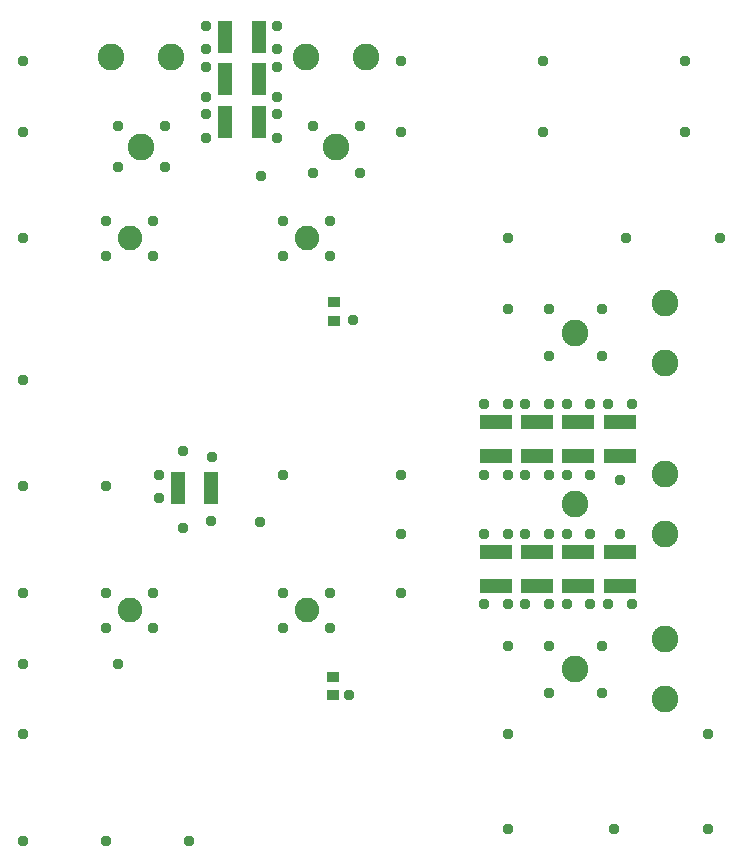
<source format=gbr>
G04 EAGLE Gerber RS-274X export*
G75*
%MOMM*%
%FSLAX34Y34*%
%LPD*%
%INSoldermask Bottom*%
%IPPOS*%
%AMOC8*
5,1,8,0,0,1.08239X$1,22.5*%
G01*
%ADD10R,1.264400X2.692400*%
%ADD11R,1.016000X0.959600*%
%ADD12C,2.260600*%
%ADD13C,2.082800*%
%ADD14R,2.692400X1.264400*%
%ADD15C,0.959600*%


D10*
X240804Y740700D03*
X269196Y740700D03*
X240804Y704500D03*
X269196Y704500D03*
X240804Y668300D03*
X269196Y668300D03*
D11*
X333400Y515819D03*
X333400Y500381D03*
D10*
X229196Y358800D03*
X200804Y358800D03*
D11*
X332400Y198969D03*
X332400Y183531D03*
D12*
X170000Y647000D03*
X144600Y723200D03*
X195400Y723200D03*
X335000Y647000D03*
X309600Y723200D03*
X360400Y723200D03*
X537000Y205000D03*
X613200Y230400D03*
X613200Y179600D03*
X537000Y490000D03*
X613200Y515400D03*
X613200Y464600D03*
X537000Y345000D03*
X613200Y370400D03*
X613200Y319600D03*
D13*
X160000Y570000D03*
X310000Y570000D03*
X160000Y255000D03*
X310000Y255000D03*
D14*
X470000Y275804D03*
X470000Y304196D03*
X505000Y275804D03*
X505000Y304196D03*
X540000Y275804D03*
X540000Y304196D03*
X575000Y275804D03*
X575000Y304196D03*
X470000Y414196D03*
X470000Y385804D03*
X505000Y414196D03*
X505000Y385804D03*
X540000Y414196D03*
X540000Y385804D03*
X575000Y414196D03*
X575000Y385804D03*
D15*
X70000Y660000D03*
X70000Y720000D03*
X190000Y665000D03*
X150000Y665000D03*
X190000Y630000D03*
X225000Y655000D03*
X225000Y675000D03*
X225000Y690000D03*
X225000Y715000D03*
X225000Y730000D03*
X225000Y750000D03*
X230000Y385000D03*
X229000Y331000D03*
X150000Y630000D03*
X285000Y750000D03*
X285000Y730000D03*
X285000Y715000D03*
X285000Y690000D03*
X285000Y675000D03*
X285000Y655000D03*
X271000Y623000D03*
X315000Y665000D03*
X315000Y625000D03*
X355000Y665000D03*
X355000Y625000D03*
X390000Y660000D03*
X390000Y720000D03*
X510000Y720000D03*
X510000Y660000D03*
X630000Y660000D03*
X630000Y720000D03*
X290000Y370000D03*
X270000Y330000D03*
X390000Y370000D03*
X390000Y320000D03*
X390000Y270000D03*
X210000Y60000D03*
X140000Y60000D03*
X70000Y60000D03*
X460000Y370000D03*
X480000Y370000D03*
X495000Y370000D03*
X515000Y370000D03*
X530000Y370000D03*
X550000Y370000D03*
X460000Y320000D03*
X480000Y320000D03*
X495000Y320000D03*
X515000Y320000D03*
X530000Y320000D03*
X550000Y320000D03*
X205000Y325000D03*
X185000Y350000D03*
X185000Y370000D03*
X205000Y390000D03*
X140000Y360000D03*
X70000Y360000D03*
X575000Y365000D03*
X575000Y320000D03*
X349000Y501000D03*
X290000Y585000D03*
X480000Y430000D03*
X460000Y430000D03*
X290000Y555000D03*
X480000Y570000D03*
X580000Y570000D03*
X660000Y570000D03*
X480000Y510000D03*
X515000Y510000D03*
X560000Y510000D03*
X515000Y470000D03*
X560000Y470000D03*
X495000Y430000D03*
X515000Y430000D03*
X530000Y430000D03*
X550000Y430000D03*
X565000Y430000D03*
X585000Y430000D03*
X330000Y585000D03*
X330000Y555000D03*
X70000Y570000D03*
X70000Y450000D03*
X140000Y585000D03*
X140000Y555000D03*
X180000Y585000D03*
X180000Y555000D03*
X346000Y183000D03*
X290000Y270000D03*
X290000Y240000D03*
X330000Y240000D03*
X330000Y270000D03*
X460000Y260000D03*
X480000Y260000D03*
X495000Y260000D03*
X515000Y260000D03*
X530000Y260000D03*
X550000Y260000D03*
X565000Y260000D03*
X585000Y260000D03*
X480000Y225000D03*
X515000Y225000D03*
X560000Y225000D03*
X515000Y185000D03*
X560000Y185000D03*
X480000Y150000D03*
X650000Y150000D03*
X570000Y70000D03*
X480000Y70000D03*
X650000Y70000D03*
X70000Y270000D03*
X150000Y210000D03*
X70000Y210000D03*
X70000Y150000D03*
X140000Y270000D03*
X140000Y240000D03*
X180000Y270000D03*
X180000Y240000D03*
M02*

</source>
